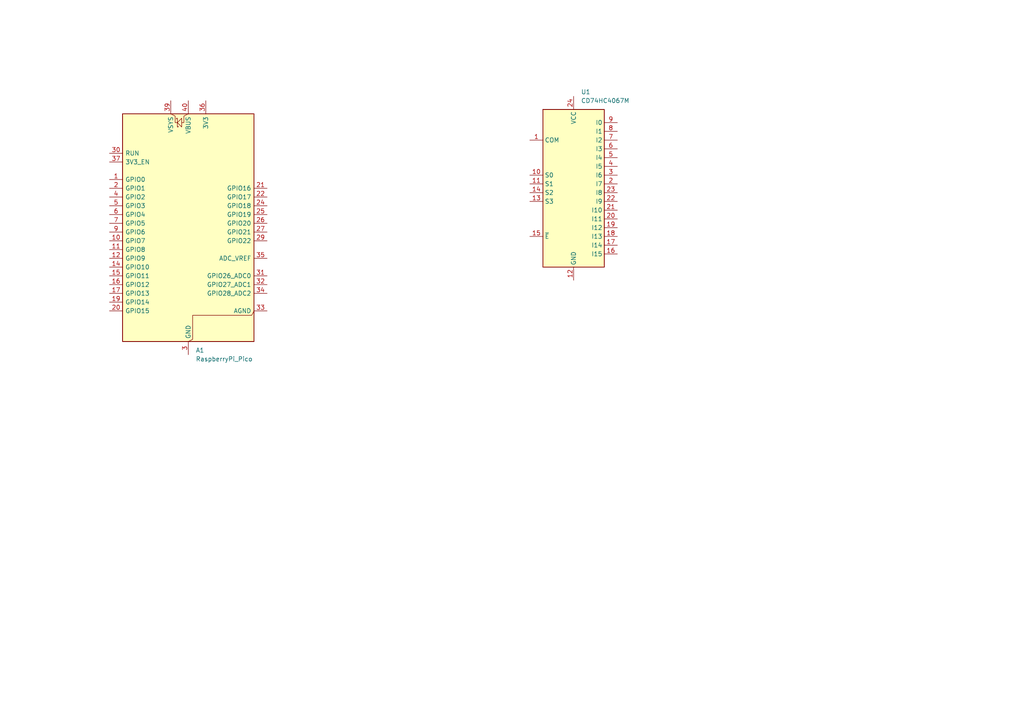
<source format=kicad_sch>
(kicad_sch (version 20250114) (generator "eeschema") (generator_version "9.0")
  (paper "A4")
  (lib_symbols
    (symbol "74xx:CD74HC4067M"
      (property "Reference" "U" (at -8.89 22.86 0))
      (property "Value" "CD74HC4067M" (at 1.27 22.86 0))
      (symbol "CD74HC4067M_0_1"
        (rectangle (start -8.89 21.59) (end 8.89 -24.13) (stroke (width 0.254)) (fill (type background)))
      )
      (symbol "CD74HC4067M_1_1"
        (pin passive line (at -12.7 12.7 0) (length 3.81) (name "COM") (number "1"))
        (pin input line (at -12.7 2.54 0) (length 3.81) (name "S0") (number "10"))
        (pin input line (at -12.7 0 0) (length 3.81) (name "S1") (number "11"))
        (pin input line (at -12.7 -2.54 0) (length 3.81) (name "S2") (number "14"))
        (pin input line (at -12.7 -5.08 0) (length 3.81) (name "S3") (number "13"))
        (pin input line (at -12.7 -15.24 0) (length 3.81) (name "~{E}") (number "15"))
        (pin power_in line (at 0 25.4 270) (length 3.81) (name "VCC") (number "24"))
        (pin power_in line (at 0 -27.94 90) (length 3.81) (name "GND") (number "12"))
        (pin passive line (at 12.7 17.78 180) (length 3.81) (name "I0") (number "9"))
        (pin passive line (at 12.7 15.24 180) (length 3.81) (name "I1") (number "8"))
        (pin passive line (at 12.7 12.7 180) (length 3.81) (name "I2") (number "7"))
        (pin passive line (at 12.7 10.16 180) (length 3.81) (name "I3") (number "6"))
        (pin passive line (at 12.7 7.62 180) (length 3.81) (name "I4") (number "5"))
        (pin passive line (at 12.7 5.08 180) (length 3.81) (name "I5") (number "4"))
        (pin passive line (at 12.7 2.54 180) (length 3.81) (name "I6") (number "3"))
        (pin passive line (at 12.7 0 180) (length 3.81) (name "I7") (number "2"))
        (pin passive line (at 12.7 -2.54 180) (length 3.81) (name "I8") (number "23"))
        (pin passive line (at 12.7 -5.08 180) (length 3.81) (name "I9") (number "22"))
        (pin passive line (at 12.7 -7.62 180) (length 3.81) (name "I10") (number "21"))
        (pin passive line (at 12.7 -10.16 180) (length 3.81) (name "I11") (number "20"))
        (pin passive line (at 12.7 -12.7 180) (length 3.81) (name "I12") (number "19"))
        (pin passive line (at 12.7 -15.24 180) (length 3.81) (name "I13") (number "18"))
        (pin passive line (at 12.7 -17.78 180) (length 3.81) (name "I14") (number "17"))
        (pin passive line (at 12.7 -20.32 180) (length 3.81) (name "I15") (number "16"))
      )
    )
    (symbol "MCU_Module:RaspberryPi_Pico" (pin_names (offset 0.762))
      (property "Reference" "A" (at -19.05 35.56 0))
      (property "Value" "RaspberryPi_Pico" (at 7.62 35.56 0))
      (symbol "RaspberryPi_Pico_0_1"
        (rectangle (start -19.05 34.29) (end 19.05 -31.75) (stroke (width 0.254)) (fill (type background)))
        (polyline (pts (xy -5.08 34.29) (xy -3.81 33.655) (xy -3.81 31.75) (xy -3.175 31.75)))
        (polyline (pts (xy -3.429 32.766) (xy -3.429 33.02) (xy -3.175 33.02) (xy -3.175 30.48) (xy -2.921 30.48) (xy -2.921 30.734)))
        (polyline (pts (xy -3.175 31.75) (xy -1.905 33.02) (xy -1.905 30.48) (xy -3.175 31.75)))
        (polyline (pts (xy 0 34.29) (xy -1.27 33.655) (xy -1.27 31.75) (xy -1.905 31.75)))
        (polyline (pts (xy 0 -31.75) (xy 1.27 -31.115) (xy 1.27 -24.13) (xy 18.415 -24.13) (xy 19.05 -22.86)))
      )
      (symbol "RaspberryPi_Pico_1_1"
        (pin passive line (at -22.86 22.86 0) (length 3.81) (name "RUN") (number "30"))
        (pin passive line (at -22.86 20.32 0) (length 3.81) (name "3V3_EN") (number "37"))
        (pin bidirectional line (at -22.86 15.24 0) (length 3.81) (name "GPIO0") (number "1"))
        (pin bidirectional line (at -22.86 12.7 0) (length 3.81) (name "GPIO1") (number "2"))
        (pin bidirectional line (at -22.86 10.16 0) (length 3.81) (name "GPIO2") (number "4"))
        (pin bidirectional line (at -22.86 7.62 0) (length 3.81) (name "GPIO3") (number "5"))
        (pin bidirectional line (at -22.86 5.08 0) (length 3.81) (name "GPIO4") (number "6"))
        (pin bidirectional line (at -22.86 2.54 0) (length 3.81) (name "GPIO5") (number "7"))
        (pin bidirectional line (at -22.86 0 0) (length 3.81) (name "GPIO6") (number "9"))
        (pin bidirectional line (at -22.86 -2.54 0) (length 3.81) (name "GPIO7") (number "10"))
        (pin bidirectional line (at -22.86 -5.08 0) (length 3.81) (name "GPIO8") (number "11"))
        (pin bidirectional line (at -22.86 -7.62 0) (length 3.81) (name "GPIO9") (number "12"))
        (pin bidirectional line (at -22.86 -10.16 0) (length 3.81) (name "GPIO10") (number "14"))
        (pin bidirectional line (at -22.86 -12.7 0) (length 3.81) (name "GPIO11") (number "15"))
        (pin bidirectional line (at -22.86 -15.24 0) (length 3.81) (name "GPIO12") (number "16"))
        (pin bidirectional line (at -22.86 -17.78 0) (length 3.81) (name "GPIO13") (number "17"))
        (pin bidirectional line (at -22.86 -20.32 0) (length 3.81) (name "GPIO14") (number "19"))
        (pin bidirectional line (at -22.86 -22.86 0) (length 3.81) (name "GPIO15") (number "20"))
        (pin power_in line (at -5.08 38.1 270) (length 3.81) (name "VSYS") (number "39"))
        (pin power_out line (at 0 38.1 270) (length 3.81) (name "VBUS") (number "40"))
        (pin passive line (at 0 -35.56 90) (length 3.81) (hide yes) (name "GND") (number "13"))
        (pin passive line (at 0 -35.56 90) (length 3.81) (hide yes) (name "GND") (number "18"))
        (pin passive line (at 0 -35.56 90) (length 3.81) (hide yes) (name "GND") (number "23"))
        (pin passive line (at 0 -35.56 90) (length 3.81) (hide yes) (name "GND") (number "28"))
        (pin power_out line (at 0 -35.56 90) (length 3.81) (name "GND") (number "3"))
        (pin passive line (at 0 -35.56 90) (length 3.81) (hide yes) (name "GND") (number "38"))
        (pin passive line (at 0 -35.56 90) (length 3.81) (hide yes) (name "GND") (number "8"))
        (pin power_out line (at 5.08 38.1 270) (length 3.81) (name "3V3") (number "36"))
        (pin bidirectional line (at 22.86 12.7 180) (length 3.81) (name "GPIO16") (number "21"))
        (pin bidirectional line (at 22.86 10.16 180) (length 3.81) (name "GPIO17") (number "22"))
        (pin bidirectional line (at 22.86 7.62 180) (length 3.81) (name "GPIO18") (number "24"))
        (pin bidirectional line (at 22.86 5.08 180) (length 3.81) (name "GPIO19") (number "25"))
        (pin bidirectional line (at 22.86 2.54 180) (length 3.81) (name "GPIO20") (number "26"))
        (pin bidirectional line (at 22.86 0 180) (length 3.81) (name "GPIO21") (number "27"))
        (pin bidirectional line (at 22.86 -2.54 180) (length 3.81) (name "GPIO22") (number "29"))
        (pin power_in line (at 22.86 -7.62 180) (length 3.81) (name "ADC_VREF") (number "35"))
        (pin bidirectional line (at 22.86 -12.7 180) (length 3.81) (name "GPIO26_ADC0") (number "31"))
        (pin bidirectional line (at 22.86 -15.24 180) (length 3.81) (name "GPIO27_ADC1") (number "32"))
        (pin bidirectional line (at 22.86 -17.78 180) (length 3.81) (name "GPIO28_ADC2") (number "34"))
        (pin power_out line (at 22.86 -22.86 180) (length 3.81) (name "AGND") (number "33"))
      )
    )
  )
  (symbol (lib_id "74xx:CD74HC4067M") (at 166.37 53.34 0) (unit 1)
    (property "Reference" "U1" (at 168.5133 26.67 0) (effects (justify left)))
    (property "Value" "CD74HC4067M" (at 168.5133 29.21 0) (effects (justify left)))
    (property "Footprint" "Package_SO:SOIC-24W_7.5x15.4mm_P1.27mm" (effects (hide yes)))
    (property "Datasheet" "http://www.ti.com/lit/ds/symlink/cd74hc4067.pdf" (effects (hide yes)))
    (property "Description" "High-Speed CMOS Logic 16-Channel Analog Multiplexer/Demultiplexer, SOIC-24" (effects (hide yes)))
  )
  (symbol (lib_id "MCU_Module:RaspberryPi_Pico") (at 54.61 67.31 0) (unit 1)
    (property "Reference" "A1" (at 56.7533 101.6 0) (effects (justify left)))
    (property "Value" "RaspberryPi_Pico" (at 56.7533 104.14 0) (effects (justify left)))
    (property "Footprint" "Module:RaspberryPi_Pico_Common_Unspecified" (effects (hide yes)))
    (property "Datasheet" "https://datasheets.raspberrypi.com/pico/pico-datasheet.pdf" (effects (hide yes)))
    (property "Description" "Versatile and inexpensive microcontroller module powered by RP2040 dual-core Arm Cortex-M0+ processor up to 133 MHz, 264kB SRAM, 2MB QSPI flash; also supports Raspberry Pi Pico 2" (effects (hide yes)))
  )
)
</source>
